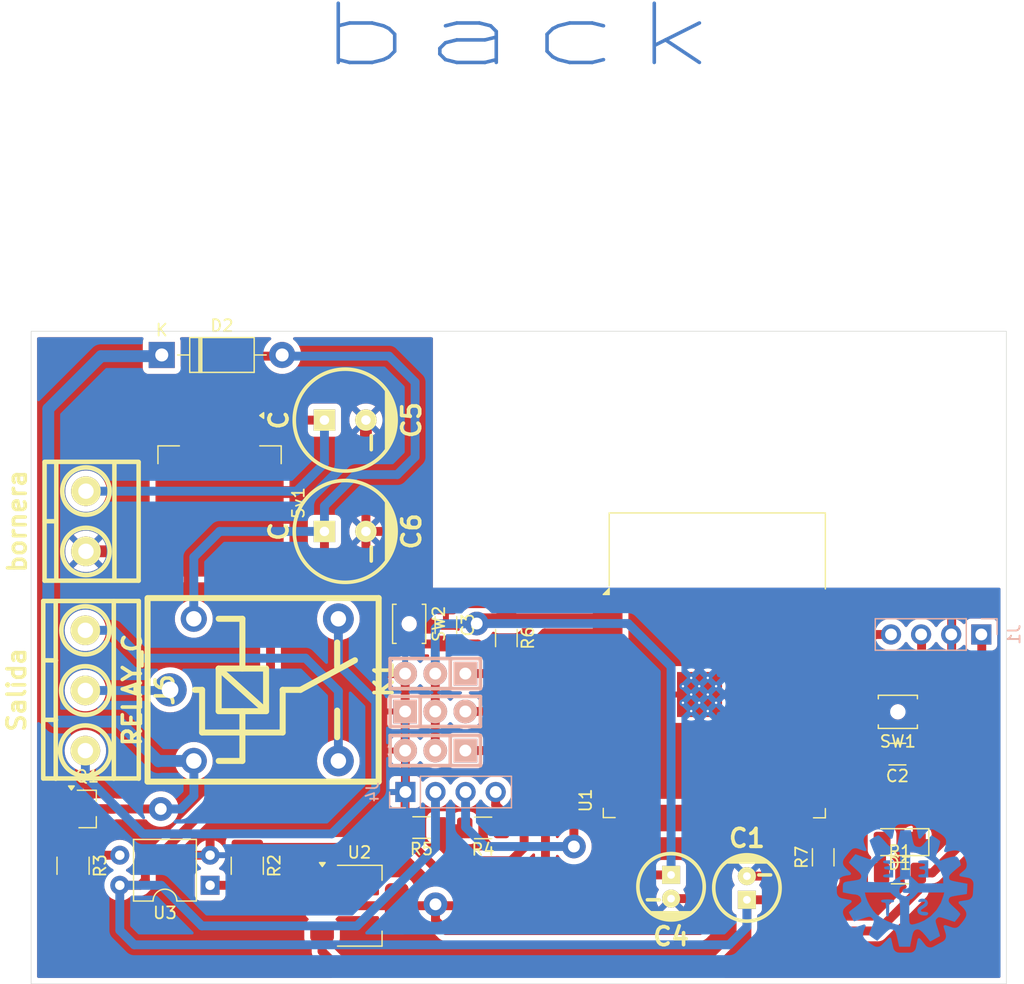
<source format=kicad_pcb>
(kicad_pcb (version 20240108) (generator "pcbnew") (generator_version "8.0")
  (layers (0 "F.Cu" signal) (31 "B.Cu" signal) (34 "B.Paste" user) (35 "F.Paste" user) (36 "B.SilkS" user "B.Silkscreen") (37 "F.SilkS" user "F.Silkscreen") (38 "B.Mask" user) (39 "F.Mask" user) (44 "Edge.Cuts" user))
  (net 0 "")
  (net 1 "/switch")
  (net 2 "GND")
  (net 3 "/todo")
  (net 4 "Net-(D1-A)")
  (net 5 "/Trig")
  (net 6 "Net-(J4-Pin_4)")
  (net 7 "/3,3V")
  (net 8 "5V")
  (net 9 "/RX")
  (net 10 "/TX")
  (net 11 "/Bobina")
  (net 12 "/Base")
  (net 13 "/Anodo opto")
  (net 14 "/RELE")
  (net 15 "/Emisor")
  (net 16 "/Echo")
  (net 25 "/SENSOR H.SUELO")
  (net 39 "/SENSORHUMEDAD")
  (net 42 "/SENSORLUZ")
  (net 44 "/Vi")
  (net 45 "/COM")
  (net 46 "/NA")
  (net 47 "/NC")
  (footprint "EESTN5:CAP_ELEC_5x11mm" (layer "F.Cu") (at 96.4625 86.86875)
    (property "Reference" "C1")
    (property "Value" "22uF" (hide yes))
  )
  (footprint "Package_TO_SOT_SMD:SOT-23_Handsoldering" (layer "F.Cu") (at 40.8 80.2)
    (property "Reference" "Q1")
    (property "Value" "2N3904")
  )
  (footprint "EESTN5:CAP_ELEC_8x11.5mm" (layer "F.Cu") (at 62.5625 47.36875 -90)
    (property "Reference" "C5")
    (property "Value" "C")
  )
  (footprint "Resistor_SMD:R_1206_3216Metric_Pad1.30x1.75mm_HandSolder" (layer "F.Cu") (at 74.2 81.8 180)
    (property "Reference" "R4")
    (property "Value" "1K")
  )
  (footprint "Resistor_SMD:R_1206_3216Metric_Pad1.30x1.75mm_HandSolder" (layer "F.Cu") (at 69 81.76875 180)
    (property "Reference" "R5")
    (property "Value" "2K")
  )
  (footprint "Resistor_SMD:R_1210_3225Metric_Pad1.30x2.65mm_HandSolder" (layer "F.Cu") (at 54.3 84.99375 -90)
    (property "Reference" "R2")
    (property "Value" "220")
  )
  (footprint "Resistor_SMD:R_1206_3216Metric_Pad1.30x1.75mm_HandSolder" (layer "F.Cu") (at 76.1625 65.76875 -90)
    (property "Reference" "R6")
    (property "Value" "R")
  )
  (footprint "EESTN5:CAP_ELEC_5x11mm" (layer "F.Cu") (at 90.0625 86.76875 180)
    (property "Reference" "C4")
    (property "Value" "22uF" (hide yes))
  )
  (footprint "Resistor_SMD:R_1206_3216Metric_Pad1.30x1.75mm_HandSolder" (layer "F.Cu") (at 109.3775 85.61)
    (property "Reference" "R1")
    (property "Value" "2K")
  )
  (footprint "Package_TO_SOT_SMD:TO-263-3_TabPin2" (layer "F.Cu") (at 51.9625 54.36875 -90)
    (property "Reference" "5v1")
    (property "Value" "LM7805_TO220")
  )
  (footprint "Resistor_SMD:R_1206_3216Metric_Pad1.30x1.75mm_HandSolder" (layer "F.Cu") (at 102.9 84.28 90)
    (property "Reference" "R7")
    (property "Value" "R")
  )
  (footprint "Capacitor_SMD:C_1206_3216Metric_Pad1.33x1.80mm_HandSolder" (layer "F.Cu") (at 109.1625 75.56875 180)
    (property "Reference" "C2")
    (property "Value" "0.1uF")
  )
  (footprint "EESTN5:BORNERA3_AZUL" (layer "F.Cu") (at 40.6375 70.197 -90)
    (property "Reference" "J6")
    (property "Value" "Salida")
  )
  (footprint "Button_Switch_SMD:SW_SPST_B3U-1000P-B" (layer "F.Cu") (at 67.9625 64.56875 -90)
    (property "Reference" "SW2")
    (property "Value" "SW_Push")
  )
  (footprint "HandSoldering:ESP32-WROOM-32D-HANDSOLDERING" (layer "F.Cu") (at 93.9625 71.06625)
    (property "Reference" "U1")
    (property "Value" "ESP32-WROOM-32E")
  )
  (footprint "Capacitor_SMD:C_1206_3216Metric_Pad1.33x1.80mm_HandSolder" (layer "F.Cu") (at 71.0625 64.66875 -90)
    (property "Reference" "C3")
    (property "Value" "0.1uF")
  )
  (footprint "Diode_THT:D_DO-41_SOD81_P10.16mm_Horizontal" (layer "F.Cu") (at 47.0825 41.86875)
    (property "Reference" "D2")
    (property "Value" "1N4007")
  )
  (footprint "EESTN5:CAP_ELEC_8x11.5mm" (layer "F.Cu") (at 62.5625 56.76875 -90)
    (property "Reference" "C6")
    (property "Value" "C")
  )
  (footprint "Package_DIP:DIP-4_W7.62mm" (layer "F.Cu") (at 51.1625 86.64375 180)
    (property "Reference" "U3")
    (property "Value" "PC817")
  )
  (footprint "Package_TO_SOT_SMD:SOT-223-3_TabPin2" (layer "F.Cu") (at 63.7625 88.36875)
    (property "Reference" "U2")
    (property "Value" "AMS1117-3.3")
  )
  (footprint "LED_SMD:LED_1206_3216Metric_Pad1.42x1.75mm_HandSolder" (layer "F.Cu") (at 109.355 83 180)
    (property "Reference" "D1")
    (property "Value" "LED")
  )
  (footprint "EESTN5:Relay_C" (layer "F.Cu") (at 55.8875 70.14375 90)
    (property "Reference" "K1")
    (property "Value" "RELAY_C")
  )
  (footprint "EESTN5:BORNERA2_AZUL" (layer "F.Cu") (at 40.68625 55.90875 -90)
    (property "Reference" "bornera1" (hide yes))
    (property "Value" "bornera")
  )
  (footprint "Resistor_SMD:R_1210_3225Metric_Pad1.30x2.65mm_HandSolder" (layer "F.Cu") (at 39.6 84.99375 -90)
    (property "Reference" "R3")
    (property "Value" "1k")
  )
  (footprint "Button_Switch_SMD:SW_SPST_B3U-1000P-B" (layer "F.Cu") (at 109.2 72 180)
    (property "Reference" "SW1")
    (property "Value" "SW_Push")
  )
  (footprint "Connector_PinSocket_2.54mm:PinSocket_1x04_P2.54mm_Vertical" (layer "B.Cu") (at 67.6425 78.76875 -90)
    (property "Reference" "J4")
    (property "Value" "Ultrasonido")
  )
  (footprint "Connector_PinSocket_2.54mm:PinSocket_1x04_P2.54mm_Vertical" (layer "B.Cu") (at 116.2425 65.46875 90)
    (property "Reference" "J1")
    (property "Value" "Conn_01x04_Pin" (hide yes))
  )
  (footprint "EESTN5:Pin_Strip_3" (layer "B.Cu") (at 70.1625 75.26875 180)
    (property "Reference" "J2" (hide yes))
    (property "Value" "SENSOR DE HUMEDAD" (hide yes))
  )
  (footprint "EESTN5:Pin_Strip_3" (layer "B.Cu") (at 70.1625 71.96875)
    (property "Reference" "J5" (hide yes))
    (property "Value" "SENSOR DE LUZ" (hide yes))
  )
  (footprint "EESTN5:LOGO_EESTN5_F.Cu" (layer "B.Cu") (at 109.8125 86.82625 180)
    (property "Reference" "G***" (hide yes))
    (property "Value" "LOGO" (hide yes))
  )
  (footprint "EESTN5:Pin_Strip_3" (layer "B.Cu") (at 70.1625 68.76875 180)
    (property "Reference" "J3" (hide yes))
    (property "Value" "SENSOR H.SUELO" (hide yes))
  )
  (gr_rect (start 36.0625 39.86875) (end 118.3625 94.96875) (stroke (width 0.05)) (fill none) (layer "Edge.Cuts"))
  (gr_text "back" (at 59.4 17.8 0) (layer "B.Cu") (effects (font (size 5 10) (thickness 0.3) (bold yes)) (justify left bottom)))
  (segment (start 102.9 79.38875) (end 102.9625 79.32625) (width 0.75) (layer "F.Cu") (net 1))
  (segment (start 102.9 82.73) (end 102.9 79.38875) (width 0.75) (layer "F.Cu") (net 1))
  (segment (start 107.5 75.46875) (end 107.5 72) (width 0.75) (layer "F.Cu") (net 1))
  (segment (start 102.9625 79.32625) (end 106.705 79.32625) (width 0.75) (layer "F.Cu") (net 1))
  (segment (start 107.5 72) (end 107.6 72.1) (width 0.75) (layer "F.Cu") (net 1))
  (segment (start 107.6 72.1) (end 107.6 75.56875) (width 0.75) (layer "F.Cu") (net 1))
  (segment (start 106.705 79.32625) (end 107.6 78.43125) (width 0.75) (layer "F.Cu") (net 1))
  (segment (start 107.6 75.56875) (end 107.5 75.46875) (width 0.75) (layer "F.Cu") (net 1))
  (segment (start 107.6 78.43125) (end 107.6 75.56875) (width 0.75) (layer "F.Cu") (net 1))
  (segment (start 91.5625 87.76875) (end 92.2625 87.06875) (width 0.75) (layer "F.Cu") (net 2))
  (segment (start 67.6425 78.76875) (end 67.6425 75.28875) (width 0.75) (layer "F.Cu") (net 2))
  (segment (start 67.6425 75.28875) (end 67.6225 75.26875) (width 0.75) (layer "F.Cu") (net 2))
  (segment (start 58.3625 86.86875) (end 58.3625 89.36875) (width 0.75) (layer "F.Cu") (net 2))
  (segment (start 98.66875 85.86875) (end 100.9 88.1) (width 0.75) (layer "F.Cu") (net 2))
  (segment (start 62.96875 53.44375) (end 64.3125 52.1) (width 1) (layer "F.Cu") (net 2))
  (segment (start 88.2525 82.61625) (end 88.2525 80.94625) (width 0.75) (layer "F.Cu") (net 2))
  (segment (start 89.005 83.36875) (end 88.2525 82.61625) (width 0.75) (layer "F.Cu") (net 2))
  (segment (start 49.5625 90.26875) (end 48.5625 89.26875) (width 0.75) (layer "F.Cu") (net 2))
  (segment (start 84.7125 62.81625) (end 91.61 62.81625) (width 0.75) (layer "F.Cu") (net 2))
  (segment (start 67.9625 62.86875) (end 84.66 62.86875) (width 0.75) (layer "F.Cu") (net 2))
  (segment (start 64.3125 47.36875) (end 64.3125 56.76875) (width 0.75) (layer "F.Cu") (net 2))
  (segment (start 105.3 81.7) (end 106 81) (width 0.75) (layer "F.Cu") (net 2))
  (segment (start 59.1625 86.06875) (end 58.3625 86.86875) (width 0.75) (layer "F.Cu") (net 2))
  (segment (start 58.3625 89.36875) (end 57.4625 90.26875) (width 0.75) (layer "F.Cu") (net 2))
  (segment (start 113.7425 63.74875) (end 112.81 62.81625) (width 0.75) (layer "F.Cu") (net 2))
  (segment (start 54.7375 53.44375) (end 62.96875 53.44375) (width 1) (layer "F.Cu") (net 2))
  (segment (start 90.0625 87.76875) (end 91.5625 87.76875) (width 0.75) (layer "F.Cu") (net 2))
  (segment (start 65.6625 68.76875) (end 64.3125 67.41875) (width 0.75) (layer "F.Cu") (net 2))
  (segment (start 104.3 88.1) (end 105.3 87.1) (width 0.75) (layer "F.Cu") (net 2))
  (segment (start 102.9625 62.81625) (end 101.4325 62.81625) (width 0.75) (layer "F.Cu") (net 2))
  (segment (start 106 81) (end 110.3 81) (width 0.75) (layer "F.Cu") (net 2))
  (segment (start 110.7625 78.68125) (end 110.7625 75.60625) (width 0.75) (layer "F.Cu") (net 2))
  (segment (start 113.7425 77.38875) (end 112.45 78.68125) (width 0.75) (layer "F.Cu") (net 2))
  (segment (start 96.4625 85.86875) (end 98.66875 85.86875) (width 0.75) (layer "F.Cu") (net 2))
  (segment (start 67.6225 75.26875) (end 67.6225 71.96875) (width 0.75) (layer "F.Cu") (net 2))
  (segment (start 113.7425 65.46875) (end 113.7425 77.38875) (width 0.75) (layer "F.Cu") (net 2))
  (segment (start 92.4625 73.76875) (end 92.4625 70.53625) (width 0.75) (layer "F.Cu") (net 2))
  (segment (start 67.9625 57.86875) (end 67.9625 62.86875) (width 0.75) (layer "F.Cu") (net 2))
  (segment (start 49.6275 84.10375) (end 51.1625 84.10375) (width 0.75) (layer "F.Cu") (net 2))
  (segment (start 38.6625 90.26875) (end 49.5625 90.26875) (width 0.75) (layer "F.Cu") (net 2))
  (segment (start 91.5625 83.36875) (end 89.005 83.36875) (width 0.75) (layer "F.Cu") (net 2))
  (segment (start 112.45 78.68125) (end 110.7625 78.68125) (width 0.75) (layer "F.Cu") (net 2))
  (segment (start 48.5625 85.16875) (end 49.6275 84.10375) (width 0.75) (layer "F.Cu") (net 2))
  (segment (start 67.6225 71.96875) (end 67.6225 68.76875) (width 0.75) (layer "F.Cu") (net 2))
  (segment (start 67.6125 78.79875) (end 67.6425 78.76875) (width 0.75) (layer "F.Cu") (net 2))
  (segment (start 88.2525 77.97875) (end 92.4625 73.76875) (width 0.75) (layer "F.Cu") (net 2))
  (segment (start 92.2625 87.06875) (end 92.2625 84.06875) (width 0.75) (layer "F.Cu") (net 2))
  (segment (start 110.8425 81.5425) (end 110.8425 83) (width 0.75) (layer "F.Cu") (net 2))
  (segment (start 37.0625 88.66875) (end 38.6625 90.26875) (width 0.75) (layer "F.Cu") (net 2))
  (segment (start 113.7425 65.46875) (end 113.7425 63.74875) (width 0.75) (layer "F.Cu") (net 2))
  (segment (start 110.7625 75.60625) (end 110.725 75.56875) (width 0.75) (layer "F.Cu") (net 2))
  (segment (start 57.4625 90.26875) (end 49.5625 90.26875) (width 0.75) (layer "F.Cu") (net 2))
  (segment (start 51.9625 46.71875) (end 51.9625 55.86875) (width 0.75) (layer "F.Cu") (net 2))
  (segment (start 92.2625 84.06875) (end 91.5625 83.36875) (width 0.75) (layer "F.Cu") (net 2))
  (segment (start 97.095 70.53625) (end 93.8625 70.53625) (width 0.75) (layer "F.Cu") (net 2))
  (segment (start 110.9 75.39375) (end 110.725 75.56875) (width 0.75) (layer "F.Cu") (net 2))
  (segment (start 64.3125 56.76875) (end 66.8625 56.76875) (width 0.75) (layer "F.Cu") (net 2))
  (segment (start 92.4375 63.69375) (end 92.4375 69.83625) (width 0.75) (layer "F.Cu") (net 2))
  (segment (start 103.015 62.86875) (end 102.9625 62.81625) (width 0.75) (layer "F.Cu") (net 2))
  (segment (start 91.61 62.81625) (end 92.4625 63.66875) (width 0.75) (layer "F.Cu") (net 2))
  (segment (start 51.1625 82.3375) (end 51.73125 81.76875) (width 0.75) (layer "F.Cu") (net 2))
  (segment (start 67.6225 68.76875) (end 65.6625 68.76875) (width 0.75) (layer "F.Cu") (net 2))
  (segment (start 37.0625 79.9375) (end 37.0625 88.66875) (width 0.75) (layer "F.Cu") (net 2))
  (segment (start 49.0325 58.44875) (end 49.1875 58.29375) (width 1) (layer "F.Cu") (net 2))
  (segment (start 40.68625 58.44875) (end 49.0325 58.44875) (width 1) (layer "F.Cu") (net 2))
  (segment (start 112.81 62.81625) (end 102.9625 62.81625) (width 0.75) (layer "F.Cu") (net 2))
  (segment (start 64.3125 67.41875) (end 64.3125 56.76875) (width 0.75) (layer "F.Cu") (net 2))
  (segment (start 105.3 87.1) (end 105.3 81.7) (width 0.75) (layer "F.Cu") (net 2))
  (segment (start 51.73125 81.76875) (end 67.6125 81.76875) (width 0.75) (layer "F.Cu") (net 2))
  (segment (start 67.6125 81.76875) (end 67.6125 78.79875) (width 0.75) (layer "F.Cu") (net 2))
  (segment (start 39.3 79.25) (end 37.75 79.25) (width 0.75) (layer "F.Cu") (net 2))
  (segment (start 92.4625 63.66875) (end 92.4375 63.69375) (width 0.75) (layer "F.Cu") (net 2))
  (segment (start 60.6125 86.06875) (end 59.1625 86.06875) (width 0.75) (layer "F.Cu") (net 2))
  (segment (start 100.9 88.1) (end 104.3 88.1) (width 0.75) (layer "F.Cu") (net 2))
  (segment (start 64.3125 52.1) (end 64.3125 47.36875) (width 1) (layer "F.Cu") (net 2))
  (segment (start 101.4325 62.81625) (end 98.2625 65.98625) (width 0.75) (layer "F.Cu") (net 2))
  (segment (start 110.3 81) (end 110.8425 81.5425) (width 0.75) (layer "F.Cu") (net 2))
  (segment (start 110.9 72.1) (end 110.9 75.39375) (width 0.75) (layer "F.Cu") (net 2))
  (segment (start 98.2625 69.36875) (end 97.095 70.53625) (width 0.75) (layer "F.Cu") (net 2))
  (segment (start 88.2525 80.94625) (end 88.2525 77.97875) (width 0.75) (layer "F.Cu") (net 2))
  (segment (start 111 72) (end 110.9 72.1) (width 0.75) (layer "F.Cu") (net 2))
  (segment (start 37.75 79.25) (end 37.0625 79.9375) (width 0.75) (layer "F.Cu") (net 2))
  (segment (start 98.2625 65.98625) (end 98.2625 69.36875) (width 0.75) (layer "F.Cu") (net 2))
  (segment (start 110.8425 75.68625) (end 110.725 75.56875) (width 0.75) (layer "F.Cu") (net 2))
  (segment (start 51.1625 84.10375) (end 51.1625 82.3375) (width 0.75) (layer "F.Cu") (net 2))
  (segment (start 110.8425 83) (end 110.8425 75.68625) (width 0.75) (layer "F.Cu") (net 2))
  (segment (start 66.8625 56.76875) (end 67.9625 57.86875) (width 0.75) (layer "F.Cu") (net 2))
  (segment (start 84.66 62.86875) (end 84.7125 62.81625) (width 0.75) (layer "F.Cu") (net 2))
  (segment (start 48.5625 89.26875) (end 48.5625 85.16875) (width 0.75) (layer "F.Cu") (net 2))
  (segment (start 67.9625 66.26875) (end 73.7625 66.26875) (width 0.75) (layer "F.Cu") (net 3))
  (segment (start 76.1625 67.31875) (end 77.4125 67.31875) (width 0.75) (layer "F.Cu") (net 3))
  (segment (start 77.4125 67.31875) (end 79.395 65.33625) (width 0.75) (layer "F.Cu") (net 3))
  (segment (start 73.7625 66.26875) (end 74.8125 67.31875) (width 0.75) (layer "F.Cu") (net 3))
  (segment (start 74.8125 67.31875) (end 76.1625 67.31875) (width 0.75) (layer "F.Cu") (net 3))
  (segment (start 79.395 65.33625) (end 84.7125 65.33625) (width 0.75) (layer "F.Cu") (net 3))
  (segment (start 107.8275 83.04) (end 107.8675 83) (width 0.75) (layer "F.Cu") (net 4))
  (segment (start 107.8275 85.61) (end 107.8275 83.04) (width 0.75) (layer "F.Cu") (net 4))
  (segment (start 81.8625 83.36875) (end 81.8625 74.02625) (width 0.75) (layer "F.Cu") (net 5))
  (segment (start 82.9325 72.95625) (end 84.7125 72.95625) (width 0.75) (layer "F.Cu") (net 5))
  (segment (start 81.8625 74.02625) (end 82.9325 72.95625) (width 0.75) (layer "F.Cu") (net 5))
  (via (at 81.8625 83.36875) (size 2) (drill 1) (layers "F.Cu" "B.Cu") (net 5))
  (segment (start 72.7225 81.72875) (end 74.3625 83.36875) (width 0.75) (layer "B.Cu") (net 5))
  (segment (start 74.3625 83.36875) (end 81.8625 83.36875) (width 0.75) (layer "B.Cu") (net 5))
  (segment (start 72.7225 78.76875) (end 72.7225 81.72875) (width 0.75) (layer "B.Cu") (net 5))
  (segment (start 75.2625 79.86875) (end 75.9125 80.51875) (width 0.75) (layer "F.Cu") (net 6))
  (segment (start 75.9125 80.51875) (end 75.9125 81.86875) (width 0.75) (layer "F.Cu") (net 6))
  (segment (start 75.2625 78.76875) (end 75.2625 79.86875) (width 0.75) (layer "F.Cu") (net 6))
  (segment (start 93.9625 88.96875) (end 93.9625 85.06875) (width 0.75) (layer "F.Cu") (net 7))
  (segment (start 70.3025 88.36875) (end 78.7365 88.36875) (width 0.75) (layer "F.Cu") (net 7))
  (segment (start 70.1825 88.24875) (end 70.0625 88.36875) (width 0.75) (layer "F.Cu") (net 7))
  (segment (start 70.1625 71.96875) (end 70.1625 68.76875) (width 0.75) (layer "F.Cu") (net 7))
  (segment (start 71.0625 90.46875) (end 92.4625 90.46875) (width 0.75) (layer "F.Cu") (net 7))
  (segment (start 78.7365 88.36875) (end 81.3365 85.76875) (width 0.75) (layer "F.Cu") (net 7))
  (segment (start 92.4625 90.46875) (end 93.9625 88.96875) (width 0.75) (layer "F.Cu") (net 7))
  (segment (start 70.0625 88.36875) (end 66.9125 88.36875) (width 0.75) (layer "F.Cu") (net 7))
  (segment (start 95.0625 83.96875) (end 99.26875 83.96875) (width 0.75) (layer "F.Cu") (net 7))
  (segment (start 101.13 85.83) (end 102.9 85.83) (width 0.75) (layer "F.Cu") (net 7))
  (segment (start 93.9625 85.06875) (end 95.0625 83.96875) (width 0.75) (layer "F.Cu") (net 7))
  (segment (start 70.1625 71.96875) (end 70.1625 75.26875) (width 0.75) (layer "F.Cu") (net 7))
  (segment (start 99.26875 83.96875) (end 101.13 85.83) (width 0.75) (layer "F.Cu") (net 7))
  (segment (start 70.1825 89.58875) (end 71.0625 90.46875) (width 0.75) (layer "F.Cu") (net 7))
  (segment (start 73.6625 64.54375) (end 74.14 64.06625) (width 0.75) (layer "F.Cu") (net 7))
  (segment (start 60.6125 88.36875) (end 66.9125 88.36875) (width 0.75) (layer "F.Cu") (net 7))
  (segment (start 74.14 64.06625) (end 84.7125 64.06625) (width 0.75) (layer "F.Cu") (net 7))
  (segment (start 81.3365 85.76875) (end 90.0625 85.76875) (width 0.75) (layer "F.Cu") (net 7))
  (segment (start 70.1825 88.24875) (end 70.1825 89.58875) (width 0.75) (layer "F.Cu") (net 7))
  (segment (start 70.1825 88.24875) (end 70.3025 88.36875) (width 0.75) (layer "F.Cu") (net 7))
  (via (at 73.6625 64.54375) (size 2) (drill 1) (layers "F.Cu" "B.Cu") (net 7))
  (via (at 70.1825 88.24875) (size 2) (drill 1) (layers "F.Cu" "B.Cu") (net 7))
  (segment (start 90.0625 68.16875) (end 90.0625 85.76875) (width 0.75) (layer "B.Cu") (net 7))
  (segment (start 73.6625 64.54375) (end 73.6375 64.56875) (width 0.75) (layer "B.Cu") (net 7))
  (segment (start 70.1825 88.24875) (end 70.1625 88.26875) (width 0.75) (layer "B.Cu") (net 7))
  (segment (start 73.6625 64.54375) (end 86.4375 64.54375) (width 0.75) (layer "B.Cu") (net 7))
  (segment (start 70.5625 64.56875) (end 70.1625 64.96875) (width 0.75) (layer "B.Cu") (net 7))
  (segment (start 73.6375 64.56875) (end 70.5625 64.56875) (width 0.75) (layer "B.Cu") (net 7))
  (segment (start 70.1625 64.96875) (end 70.1625 68.76875) (width 0.75) (layer "B.Cu") (net 7))
  (segment (start 86.4375 64.54375) (end 90.0625 68.16875) (width 0.75) (layer "B.Cu") (net 7))
  (segment (start 112.1 85.6) (end 110.9275 85.6) (width 0.75) (layer "F.Cu") (net 8))
  (segment (start 116.2825 81.4175) (end 112.1 85.6) (width 0.75) (layer "F.Cu") (net 8))
  (segment (start 49.4225 43.60875) (end 49.4225 46.71875) (width 0.75) (layer "F.Cu") (net 8))
  (segment (start 56.2625 65.56875) (end 60.8125 61.01875) (width 0.75) (layer "F.Cu") (net 8))
  (segment (start 60.6125 92.21875) (end 60.6125 90.66875) (width 0.75) (layer "F.Cu") (net 8))
  (segment (start 45.7 85.3) (end 56.2625 74.7375) (width 0.75) (layer "F.Cu") (net 8))
  (segment (start 60.8125 61.01875) (end 60.8125 56.76875) (width 0.75) (layer "F.Cu") (net 8))
  (segment (start 116.2825 65.46875) (end 116.2825 81.4175) (width 0.75) (layer "F.Cu") (net 8))
  (segment (start 45.271875 86.64375) (end 45.7 86.215625) (width 0.75) (layer "F.Cu") (net 8))
  (segment (start 61.8625 93.46875) (end 60.6125 92.21875) (width 0.75) (layer "F.Cu") (net 8))
  (segment (start 101 90.5) (end 98.36875 87.86875) (width 0.75) (layer "F.Cu") (net 8))
  (segment (start 107.5 90.5) (end 101 90.5) (width 0.75) (layer "F.Cu") (net 8))
  (segment (start 98.36875 87.86875) (end 96.4625 87.86875) (width 0.75) (layer "F.Cu") (net 8))
  (segment (start 51.0625 41.96875) (end 49.4225 43.60875) (width 0.75) (layer "F.Cu") (net 8))
  (segment (start 96.4625 87.86875) (end 96.4625 91.16875) (width 0.75) (layer "F.Cu") (net 8))
  (segment (start 57.0425 41.96875) (end 51.0625 41.96875) (width 0.75) (layer "F.Cu") (net 8))
  (segment (start 70.1625 78.74875) (end 70.1825 78.76875) (width 0.75) (layer "F.Cu") (net 8))
  (segment (start 96.4625 91.16875) (end 94.1625 93.46875) (width 0.75) (layer "F.Cu") (net 8))
  (segment (start 43.5425 86.64375) (end 45.271875 86.64375) (width 0.75) (layer "F.Cu") (net 8))
  (segment (start 45.7 86.215625) (end 45.7 85.3) (width 0.75) (layer "F.Cu") (net 8))
  (segment (start 110.9275 85.6) (end 110.9275 87.0725) (width 0.75) (layer "F.Cu") (net 8))
  (segment (start 110.9275 87.0725) (end 107.5 90.5) (width 0.75) (layer "F.Cu") (net 8))
  (segment (start 56.2625 74.7375) (end 56.2625 65.56875) (width 0.75) (layer "F.Cu") (net 8))
  (segment (start 94.1625 93.46875) (end 61.8625 93.46875) (width 0.75) (layer "F.Cu") (net 8))
  (segment (start 50.4625 90.06875) (end 47.0375 86.64375) (width 0.75) (layer "B.Cu") (net 8))
  (segment (start 63.5625 90.06875) (end 50.4625 90.06875) (width 0.75) (layer "B.Cu") (net 8))
  (segment (start 66.9625 51.96875) (end 68.4625 50.46875) (width 0.75) (layer "B.Cu") (net 8))
  (segment (start 51.9625 56.76875) (end 60.8125 56.76875) (width 0.75) (layer "B.Cu") (net 8))
  (segment (start 60.8125 56.76875) (end 60.8125 54.61875) (width 0.75) (layer "B.Cu") (net 8))
  (segment (start 43.5425 90.44875) (end 44.7625 91.66875) (width 0.75) (layer "B.Cu") (net 8))
  (segment (start 44.7625 91.66875) (end 94.9625 91.66875) (width 0.75) (layer "B.Cu") (net 8))
  (segment (start 60.8125 54.61875) (end 63.4625 51.96875) (width 0.75) (layer "B.Cu") (net 8))
  (segment (start 49.7875 64.14375) (end 49.7875 58.94375) (width 0.75) (layer "B.Cu") (net 8))
  (segment (start 70.1825 78.76875) (end 70.1825 83.44875) (width 0.75) (layer "B.Cu") (net 8))
  (segment (start 68.4625 44.16875) (end 66.2625 41.96875) (width 0.75) (layer "B.Cu") (net 8))
  (segment (start 96.4625 90.16875) (end 96.4625 87.86875) (width 0.75) (layer "B.Cu") (net 8))
  (segment (start 70.1825 83.44875) (end 63.5625 90.06875) (width 0.75) (layer "B.Cu") (net 8))
  (segment (start 94.9625 91.66875) (end 96.4625 90.16875) (width 0.75) (layer "B.Cu") (net 8))
  (segment (start 63.4625 51.96875) (end 66.9625 51.96875) (width 0.75) (layer "B.Cu") (net 8))
  (segment (start 66.2625 41.96875) (end 57.0425 41.96875) (width 0.75) (layer "B.Cu") (net 8))
  (segment (start 43.5425 86.64375) (end 43.5425 90.44875) (width 0.75) (layer "B.Cu") (net 8))
  (segment (start 49.7875 58.94375) (end 51.9625 56.76875) (width 0.75) (layer "B.Cu") (net 8))
  (segment (start 47.0375 86.64375) (end 43.5425 86.64375) (width 0.75) (layer "B.Cu") (net 8))
  (segment (start 68.4625 50.46875) (end 68.4625 44.16875) (width 0.75) (layer "B.Cu") (net 8))
  (segment (start 111.2025 66.92875) (end 110.235 67.89625) (width 0.75) (layer "F.Cu") (net 9))
  (segment (start 110.235 67.89625) (end 102.9625 67.89625) (width 0.75) (layer "F.Cu") (net 9))
  (segment (start 111.2025 65.46875) (end 111.2025 66.92875) (width 0.75) (layer "F.Cu") (net 9))
  (segment (start 106.105 66.62625) (end 102.9625 66.62625) (width 0.75) (layer "F.Cu") (net 10))
  (segment (start 103.065 66.72875) (end 102.9625 66.62625) (width 0.75) (layer "F.Cu") (net 10))
  (segment (start 108.6625 65.46875) (end 107.2625 65.46875) (width 0.75) (layer "F.Cu") (net 10))
  (segment (start 107.2625 65.46875) (end 106.105 66.62625) (width 0.75) (layer "F.Cu") (net 10))
  (segment (start 47 80.2) (end 42.3 80.2) (width 0.75) (layer "F.Cu") (net 11))
  (via (at 47 80.2) (size 2) (drill 1) (layers "F.Cu" "B.Cu") (net 11))
  (segment (start 48.7 80.2) (end 49.796084 79.103916) (width 0.75) (layer "B.Cu") (net 11))
  (segment (start 49.796084 76.152334) (end 49.7875 76.14375) (width 0.75) (layer "B.Cu") (net 11))
  (segment (start 38.1169 72.82395) (end 37.5073 72.21435) (width 1) (layer "B.Cu") (net 11))
  (segment (start 43.4509 72.82395) (end 38.1169 72.82395) (width 1) (layer "B.Cu") (net 11))
  (segment (start 41.9625 41.96875) (end 46.8825 41.96875) (width 1) (layer "B.Cu") (net 11))
  (segment (start 37.5073 72.21435) (end 37.5073 46.42395) (width 1) (layer "B.Cu") (net 11))
  (segment (start 46.8037 76.17675) (end 43.4509 72.82395) (width 1) (layer "B.Cu") (net 11))
  (segment (start 46.8367 76.14375) (end 46.8037 76.17675) (width 1) (layer "B.Cu") (net 11))
  (segment (start 47 80.2) (end 48.7 80.2) (width 0.75) (layer "B.Cu") (net 11))
  (segment (start 37.5073 46.42395) (end 41.9625 41.96875) (width 1) (layer "B.Cu") (net 11))
  (segment (start 49.7875 76.14375) (end 46.8367 76.14375) (width 1) (layer "B.Cu") (net 11))
  (segment (start 49.796084 79.103916) (end 49.796084 76.152334) (width 0.75) (layer "B.Cu") (net 11))
  (segment (start 39.3 83.14375) (end 39.6 83.44375) (width 1) (layer "F.Cu") (net 12))
  (segment (start 39.3 81.15) (end 39.3 83.14375) (width 1) (layer "F.Cu") (net 12))
  (segment (start 51.1625 86.64375) (end 54.2 86.64375) (width 0.75) (layer "F.Cu") (net 13))
  (segment (start 54.2 86.64375) (end 54.3 86.54375) (width 0.75) (layer "F.Cu") (net 13))
  (segment (start 70.8625 85.86875) (end 78.2625 85.86875) (width 0.75) (layer "F.Cu") (net 14))
  (segment (start 54.3 83.44375) (end 68.4375 83.44375) (width 0.75) (layer "F.Cu") (net 14))
  (segment (start 68.4375 83.44375) (end 70.8625 85.86875) (width 0.75) (layer "F.Cu") (net 14))
  (segment (start 82.345 71.68625) (end 84.7125 71.68625) (width 0.75) (layer "F.Cu") (net 14))
  (segment (start 78.2625 85.86875) (end 79.4625 84.66875) (width 0.75) (layer "F.Cu") (net 14))
  (segment (start 79.4625 74.56875) (end 82.345 71.68625) (width 0.75) (layer "F.Cu") (net 14))
  (segment (start 79.4625 84.66875) (end 79.4625 74.56875) (width 0.75) (layer "F.Cu") (net 14))
  (segment (start 39.6 86.54375) (end 41.25625 86.54375) (width 0.75) (layer "F.Cu") (net 15))
  (segment (start 42.19625 84.10375) (end 43.5425 84.10375) (width 0.75) (layer "F.Cu") (net 15))
  (segment (start 41.9 84.4) (end 42.19625 84.10375) (width 0.75) (layer "F.Cu") (net 15))
  (segment (start 41.9 85.9) (end 41.9 84.4) (width 0.75) (layer "F.Cu") (net 15))
  (segment (start 41.25625 86.54375) (end 41.9 85.9) (width 0.75) (layer "F.Cu") (net 15))
  (segment (start 77.6625 83.46875) (end 77.6625 74.36875) (width 0.75) (layer "F.Cu") (net 16))
  (segment (start 71.9625 84.56875) (end 76.5625 84.56875) (width 0.75) (layer "F.Cu") (net 16))
  (segment (start 70.7125 81.76875) (end 70.7125 83.31875) (width 0.75) (layer "F.Cu") (net 16))
  (segment (start 77.6625 74.36875) (end 81.615 70.41625) (width 0.75) (layer "F.Cu") (net 16))
  (segment (start 70.8125 81.86875) (end 70.7125 81.76875) (width 0.75) (layer "F.Cu") (net 16))
  (segment (start 72.8125 81.86875) (end 70.8125 81.86875) (width 0.75) (layer "F.Cu") (net 16))
  (segment (start 70.7125 83.31875) (end 71.9625 84.56875) (width 0.75) (layer "F.Cu") (net 16))
  (segment (start 76.5625 84.56875) (end 77.6625 83.46875) (width 0.75) (layer "F.Cu") (net 16))
  (segment (start 81.615 70.41625) (end 84.7125 70.41625) (width 0.75) (layer "F.Cu") (net 16))
  (segment (start 72.7025 68.76875) (end 77.5625 68.76875) (width 0.75) (layer "F.Cu") (net 25))
  (segment (start 79.725 66.60625) (end 84.7125 66.60625) (width 0.75) (layer "F.Cu") (net 25))
  (segment (start 77.5625 68.76875) (end 79.725 66.60625) (width 0.75) (layer "F.Cu") (net 25))
  (segment (start 74.6625 75.26875) (end 80.785 69.14625) (width 0.75) (layer "F.Cu") (net 39))
  (segment (start 72.8025 75.26875) (end 74.6625 75.26875) (width 0.75) (layer "F.Cu") (net 39))
  (segment (start 80.785 69.14625) (end 84.7125 69.14625) (width 0.75) (layer "F.Cu") (net 39))
  (segment (start 72.7025 71.96875) (end 76.1625 71.96875) (width 0.75) (layer "F.Cu") (net 42))
  (segment (start 76.1625 71.96875) (end 80.255 67.87625) (width 0.75) (layer "F.Cu") (net 42))
  (segment (start 80.255 67.87625) (end 84.7125 67.87625) (width 0.75) (layer "F.Cu") (net 42))
  (segment (start 54.5025 46.71875) (end 58.1125 46.71875) (width 0.75) (layer "F.Cu") (net 44))
  (segment (start 58.1125 46.71875) (end 58.7625 47.36875) (width 0.75) (layer "F.Cu") (net 44))
  (segment (start 58.7625 47.36875) (end 60.8125 47.36875) (width 0.75) (layer "F.Cu") (net 44))
  (segment (start 60.8125 51.01875) (end 60.8125 47.36875) (width 0.75) (layer "B.Cu") (net 44))
  (segment (start 58.4625 53.36875) (end 60.8125 51.01875) (width 0.75) (layer "B.Cu") (net 44))
  (segment (start 40.68625 53.36875) (end 58.4625 53.36875) (width 0.75) (layer "B.Cu") (net 44))
  (segment (start 40.6375 70.197) (end 47.73425 70.197) (width 0.75) (layer "B.Cu") (net 45))
  (segment (start 47.73425 70.197) (end 47.7875 70.14375) (width 0.75) (layer "B.Cu") (net 45))
  (segment (start 43.01075 65.117) (end 45.3625 67.46875) (width 0.75) (layer "B.Cu") (net 46))
  (segment (start 59.2125 67.46875) (end 61.9875 70.24375) (width 0.75) (layer "B.Cu") (net 46))
  (segment (start 61.9875 70.24375) (end 61.9875 76.14375) (width 0.75) (layer "B.Cu") (net 46))
  (segment (start 45.3625 67.46875) (end 59.2125 67.46875) (width 0.75) (layer "B.Cu") (net 46))
  (segment (start 40.6375 65.117) (end 43.01075 65.117) (width 0.75) (layer "B.Cu") (net 46))
  (segment (start 40.6375 75.277) (end 40.6375 77.44375) (width 0.75) (layer "B.Cu") (net 47))
  (segment (start 40.6375 77.44375) (end 45.49375 82.3) (width 0.75) (layer "B.Cu") (net 47))
  (segment (start 45.49375 82.3) (end 61.43125 82.3) (width 0.75) (layer "B.Cu") (net 47))
  (segment (start 65.1375 71.14375) (end 61.9875 67.99375) (width 0.75) (layer "B.Cu") (net 47))
  (segment (start 65.1375 78.59375) (end 65.1375 71.14375) (width 0.75) (layer "B.Cu") (net 47))
  (segment (start 61.9875 67.99375) (end 61.9875 64.14375) (width 0.75) (layer "B.Cu") (net 47))
  (segment (start 61.43125 82.3) (end 65.1375 78.59375) (width 0.75) (layer "B.Cu") (net 47))
  (zone (net 2) (net_name "GND") (layers "F&B.Cu") (connect_pads (clearance 0.5)) (min_thickness 0.25) (fill yes (thermal_gap 0.5) (thermal_bridge_width 0.5) (island_removal_mode 1) (island_area_min 10))
    (polygon (pts (xy 36.1 39.9) (xy 118.3 39.9) (xy 118.3 95) (xy 36.1 94.9)))
  )
)
</source>
